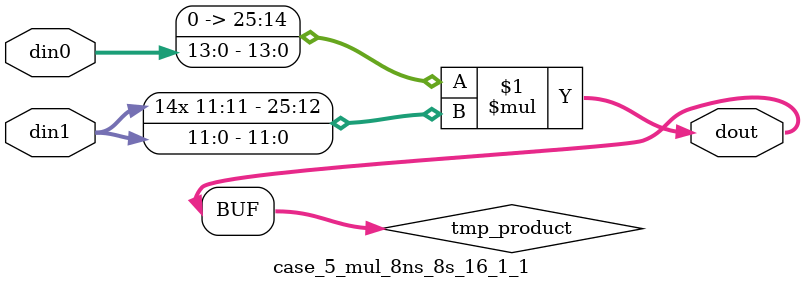
<source format=v>

`timescale 1 ns / 1 ps

 (* use_dsp = "no" *)  module case_5_mul_8ns_8s_16_1_1(din0, din1, dout);
parameter ID = 1;
parameter NUM_STAGE = 0;
parameter din0_WIDTH = 14;
parameter din1_WIDTH = 12;
parameter dout_WIDTH = 26;

input [din0_WIDTH - 1 : 0] din0; 
input [din1_WIDTH - 1 : 0] din1; 
output [dout_WIDTH - 1 : 0] dout;

wire signed [dout_WIDTH - 1 : 0] tmp_product;

























assign tmp_product = $signed({1'b0, din0}) * $signed(din1);










assign dout = tmp_product;





















endmodule

</source>
